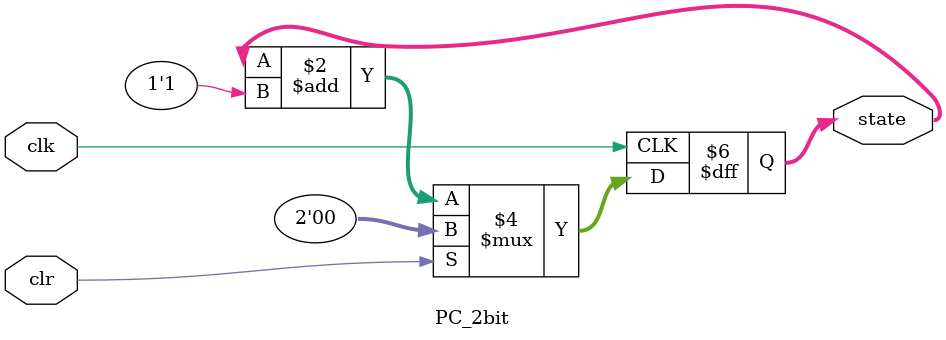
<source format=v>
`timescale 1ns / 1ps


module PC_2bit (
    input clk,
    input clr,
    output reg [1:0] state
);
    
    always @(posedge clk) begin
        if (clr) begin
            state <= 2'b00;
        end 

        else begin
            state <= state + 1'b1;
        end
    end


endmodule
</source>
